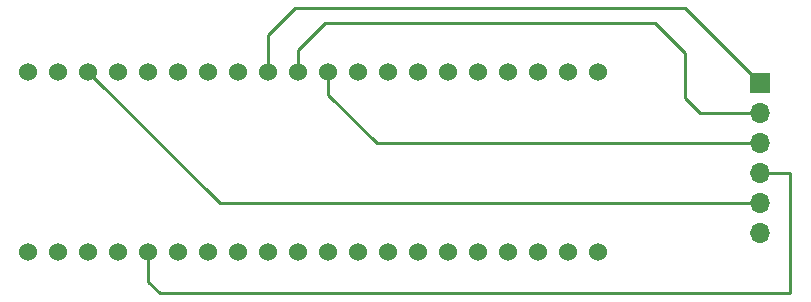
<source format=gbl>
G04 #@! TF.FileFunction,Copper,L2,Bot,Signal*
%FSLAX46Y46*%
G04 Gerber Fmt 4.6, Leading zero omitted, Abs format (unit mm)*
G04 Created by KiCad (PCBNEW 4.0.6) date Sun Apr 16 17:16:54 2017*
%MOMM*%
%LPD*%
G01*
G04 APERTURE LIST*
%ADD10C,0.100000*%
%ADD11C,1.524000*%
%ADD12R,1.700000X1.700000*%
%ADD13O,1.700000X1.700000*%
%ADD14C,0.250000*%
G04 APERTURE END LIST*
D10*
D11*
X159025001Y-126005001D03*
X161565001Y-126005001D03*
X164105001Y-126005001D03*
X166645001Y-126005001D03*
X169185001Y-126005001D03*
X171725001Y-126005001D03*
X174265001Y-126005001D03*
X176805001Y-126005001D03*
X179345001Y-126005001D03*
X181885001Y-126005001D03*
X184425001Y-126005001D03*
X186965001Y-126005001D03*
X189505001Y-126005001D03*
X192045001Y-126005001D03*
X194585001Y-126005001D03*
X197125001Y-126005001D03*
X199665001Y-126005001D03*
X202205001Y-126005001D03*
X204745001Y-126005001D03*
X207285001Y-126005001D03*
X207285001Y-110765001D03*
X204745001Y-110765001D03*
X202205001Y-110765001D03*
X199665001Y-110765001D03*
X197125001Y-110765001D03*
X194585001Y-110765001D03*
X192045001Y-110765001D03*
X189505001Y-110765001D03*
X186965001Y-110765001D03*
X184425001Y-110765001D03*
X181885001Y-110765001D03*
X179345001Y-110765001D03*
X176805001Y-110765001D03*
X174265001Y-110765001D03*
X171725001Y-110765001D03*
X169185001Y-110765001D03*
X166645001Y-110765001D03*
X164105001Y-110765001D03*
X161565001Y-110765001D03*
X159025001Y-110765001D03*
D12*
X220980000Y-111760000D03*
D13*
X220980000Y-114300000D03*
X220980000Y-116840000D03*
X220980000Y-119380000D03*
X220980000Y-121920000D03*
X220980000Y-124460000D03*
D14*
X179345001Y-110765001D02*
X179345001Y-107674999D01*
X214630000Y-105410000D02*
X220980000Y-111760000D01*
X181610000Y-105410000D02*
X214630000Y-105410000D01*
X179345001Y-107674999D02*
X181610000Y-105410000D01*
X181885001Y-110765001D02*
X181885001Y-108944999D01*
X215900000Y-114300000D02*
X220980000Y-114300000D01*
X214630000Y-113030000D02*
X215900000Y-114300000D01*
X214630000Y-109220000D02*
X214630000Y-113030000D01*
X212090000Y-106680000D02*
X214630000Y-109220000D01*
X184150000Y-106680000D02*
X212090000Y-106680000D01*
X181885001Y-108944999D02*
X184150000Y-106680000D01*
X184425001Y-110765001D02*
X184425001Y-112754999D01*
X188510002Y-116840000D02*
X220980000Y-116840000D01*
X184425001Y-112754999D02*
X188510002Y-116840000D01*
X169185001Y-126005001D02*
X169185001Y-128545001D01*
X223520000Y-119380000D02*
X220980000Y-119380000D01*
X223520000Y-129540000D02*
X223520000Y-119380000D01*
X170180000Y-129540000D02*
X223520000Y-129540000D01*
X169185001Y-128545001D02*
X170180000Y-129540000D01*
X168910000Y-125730000D02*
X169185001Y-126005001D01*
X220980000Y-121920000D02*
X175260000Y-121920000D01*
X175260000Y-121920000D02*
X164105001Y-110765001D01*
X164105001Y-110765001D02*
X163830000Y-110490000D01*
X161290000Y-110490000D02*
X161565001Y-110765001D01*
M02*

</source>
